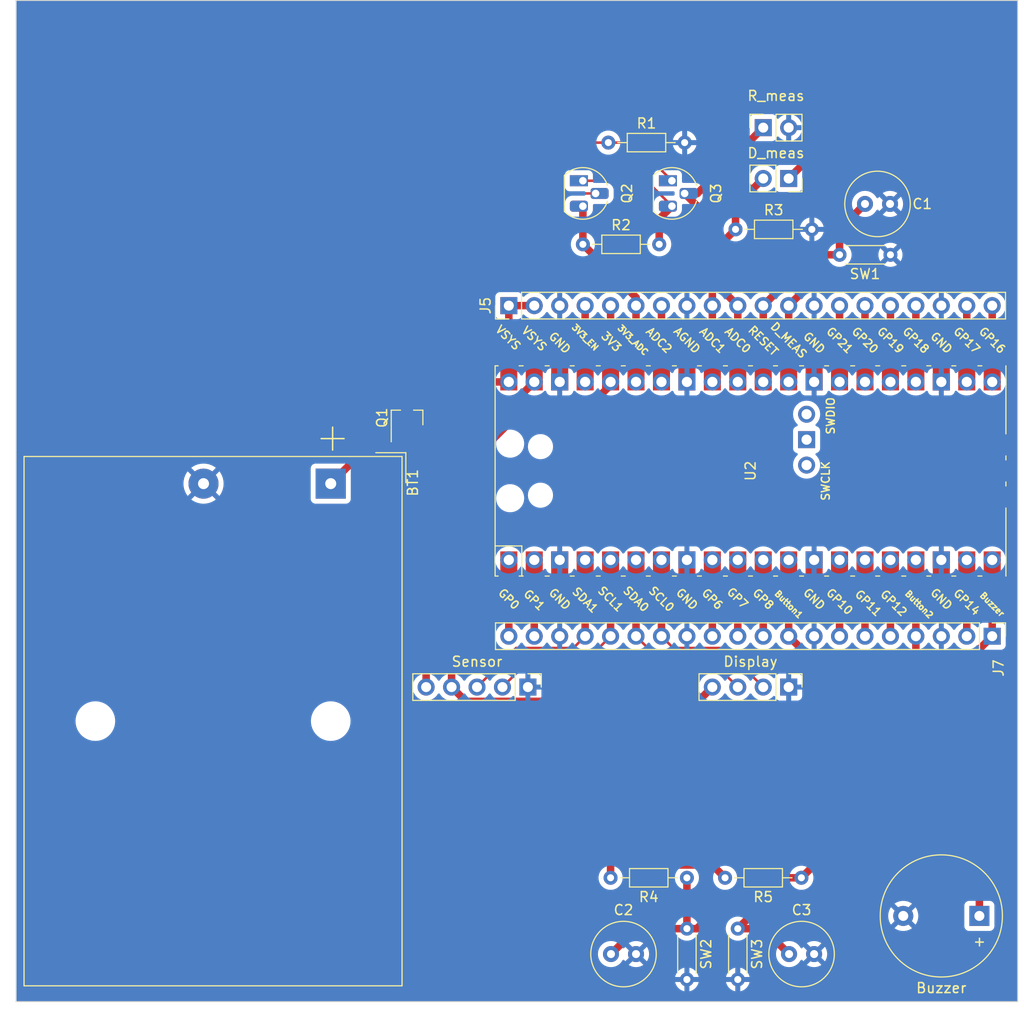
<source format=kicad_pcb>
(kicad_pcb (version 20221018) (generator pcbnew)
  (layers (0 "F.Cu" signal) (31 "B.Cu" signal) (34 "B.Paste" user) (35 "F.Paste" user) (36 "B.SilkS" user "B.Silkscreen") (37 "F.SilkS" user "F.Silkscreen") (38 "B.Mask" user) (39 "F.Mask" user) (44 "Edge.Cuts" user))
  (net 0 "")
  (net 1 "+BATT")
  (net 2 "GND")
  (net 3 "/Buzzer")
  (net 4 "/RESET")
  (net 5 "/Display_Button1")
  (net 6 "/Display_Button2")
  (net 7 "/I2C0 SCL")
  (net 8 "/I2C0 SDA")
  (net 9 "+3V3")
  (net 10 "/VSYS")
  (net 11 "/I2C1 SCL")
  (net 12 "/I2C1 SDA")
  (net 13 "/ADC0")
  (net 14 "/Diode_Meas")
  (net 15 "/ADC1")
  (net 16 "/3V3_EN")
  (net 17 "/GP0")
  (net 18 "/GP1")
  (net 19 "/GP6")
  (net 20 "/GP7")
  (net 21 "/GP8")
  (net 22 "/GP10")
  (net 23 "/GP11")
  (net 24 "/GP12")
  (net 25 "/GP28")
  (net 26 "/GP19")
  (net 27 "/GP18")
  (net 28 "/GP17")
  (net 29 "/3V3_ADC")
  (net 30 "VBUS")
  (net 31 "Net-(Q2-B)")
  (net 32 "Net-(Q2-C)")
  (net 36 "/GP21")
  (net 37 "/GP20")
  (net 38 "/GP16")
  (net 39 "/GP14")
  (footprint "Connector_PinHeader_2.54mm:PinHeader_1x05_P2.54mm_Vertical" (layer "F.Cu") (at 93.345 119.38 -90)
    (fp_text reference "Sensor" (at -2.54 5.08 -180) (layer "F.SilkS"))
    (fp_text value "MAX30102")
    (pad "1" thru_hole rect (at 0 0 270) (size 1.7 1.7) (drill 1) (layers "*.Cu" "*.Mask") (net 2 "GND"))
    (pad "2" thru_hole oval (at 0 2.54 270) (size 1.7 1.7) (drill 1) (layers "*.Cu" "*.Mask") (net 11 "/I2C1 SCL"))
    (pad "3" thru_hole oval (at 0 5.08 270) (size 1.7 1.7) (drill 1) (layers "*.Cu" "*.Mask") (net 12 "/I2C1 SDA"))
    (pad "4" thru_hole oval (at 0 7.62 270) (size 1.7 1.7) (drill 1) (layers "*.Cu" "*.Mask") (net 9 "+3V3"))
    (pad "5" thru_hole oval (at 0 10.16 270) (size 1.7 1.7) (drill 1) (layers "*.Cu" "*.Mask") (net 10 "/VSYS"))
  )
  (footprint "Connector_PinHeader_2.54mm:PinHeader_1x20_P2.54mm_Vertical" (layer "F.Cu") (at 139.7 114.3 -90)
    (fp_text reference "J7" (at 3.175 -0.635 90) (layer "F.SilkS"))
    (fp_text value "Digital")
    (pad "1" thru_hole rect (at 0 0 270) (size 1.7 1.7) (drill 1) (layers "*.Cu" "*.Mask") (net 3 "/Buzzer"))
    (pad "2" thru_hole oval (at 0 2.54 270) (size 1.7 1.7) (drill 1) (layers "*.Cu" "*.Mask") (net 39 "/GP14"))
    (pad "3" thru_hole oval (at 0 5.08 270) (size 1.7 1.7) (drill 1) (layers "*.Cu" "*.Mask") (net 2 "GND"))
    (pad "4" thru_hole oval (at 0 7.62 270) (size 1.7 1.7) (drill 1) (layers "*.Cu" "*.Mask") (net 6 "/Display_Button2"))
    (pad "5" thru_hole oval (at 0 10.16 270) (size 1.7 1.7) (drill 1) (layers "*.Cu" "*.Mask") (net 24 "/GP12"))
    (pad "6" thru_hole oval (at 0 12.7 270) (size 1.7 1.7) (drill 1) (layers "*.Cu" "*.Mask") (net 23 "/GP11"))
    (pad "7" thru_hole oval (at 0 15.24 270) (size 1.7 1.7) (drill 1) (layers "*.Cu" "*.Mask") (net 22 "/GP10"))
    (pad "8" thru_hole oval (at 0 17.78 270) (size 1.7 1.7) (drill 1) (layers "*.Cu" "*.Mask") (net 2 "GND"))
    (pad "9" thru_hole oval (at 0 20.32 270) (size 1.7 1.7) (drill 1) (layers "*.Cu" "*.Mask") (net 5 "/Display_Button1"))
    (pad "10" thru_hole oval (at 0 22.86 270) (size 1.7 1.7) (drill 1) (layers "*.Cu" "*.Mask") (net 21 "/GP8"))
    (pad "11" thru_hole oval (at 0 25.4 270) (size 1.7 1.7) (drill 1) (layers "*.Cu" "*.Mask") (net 20 "/GP7"))
    (pad "12" thru_hole oval (at 0 27.94 270) (size 1.7 1.7) (drill 1) (layers "*.Cu" "*.Mask") (net 19 "/GP6"))
    (pad "13" thru_hole oval (at 0 30.48 270) (size 1.7 1.7) (drill 1) (layers "*.Cu" "*.Mask") (net 2 "GND"))
    (pad "14" thru_hole oval (at 0 33.02 270) (size 1.7 1.7) (drill 1) (layers "*.Cu" "*.Mask") (net 7 "/I2C0 SCL"))
    (pad "15" thru_hole oval (at 0 35.56 270) (size 1.7 1.7) (drill 1) (layers "*.Cu" "*.Mask") (net 8 "/I2C0 SDA"))
    (pad "16" thru_hole oval (at 0 38.1 270) (size 1.7 1.7) (drill 1) (layers "*.Cu" "*.Mask") (net 11 "/I2C1 SCL"))
    (pad "17" thru_hole oval (at 0 40.64 270) (size 1.7 1.7) (drill 1) (layers "*.Cu" "*.Mask") (net 12 "/I2C1 SDA"))
    (pad "18" thru_hole oval (at 0 43.18 270) (size 1.7 1.7) (drill 1) (layers "*.Cu" "*.Mask") (net 2 "GND"))
    (pad "19" thru_hole oval (at 0 45.72 270) (size 1.7 1.7) (drill 1) (layers "*.Cu" "*.Mask") (net 18 "/GP1"))
    (pad "20" thru_hole oval (at 0 48.26 270) (size 1.7 1.7) (drill 1) (layers "*.Cu" "*.Mask") (net 17 "/GP0"))
  )
  (footprint "Resistor_THT:R_Axial_DIN0204_L3.6mm_D1.6mm_P7.62mm_Horizontal" (layer "F.Cu") (at 109.22 138.43 180)
    (fp_text reference "R4" (at 3.81 -1.92) (layer "F.SilkS"))
    (fp_text value "10k")
    (pad "1" thru_hole circle (at 0 0 180) (size 1.4 1.4) (drill 0.7) (layers "*.Cu" "*.Mask") (net 5 "/Display_Button1"))
    (pad "2" thru_hole oval (at 7.62 0 180) (size 1.4 1.4) (drill 0.7) (layers "*.Cu" "*.Mask") (net 9 "+3V3"))
  )
  (footprint "Resistor_THT:R_Axial_DIN0204_L3.6mm_D1.6mm_P7.62mm_Horizontal" (layer "F.Cu") (at 98.835 75.155)
    (fp_text reference "R2" (at 3.81 -1.92) (layer "F.SilkS"))
    (fp_text value "2k")
    (pad "1" thru_hole circle (at 0 0) (size 1.4 1.4) (drill 0.7) (layers "*.Cu" "*.Mask") (net 29 "/3V3_ADC"))
    (pad "2" thru_hole oval (at 7.62 0) (size 1.4 1.4) (drill 0.7) (layers "*.Cu" "*.Mask") (net 31 "Net-(Q2-B)"))
  )
  (footprint "Resistor_THT:R_Axial_DIN0204_L3.6mm_D1.6mm_P7.62mm_Horizontal" (layer "F.Cu") (at 114.075 73.66)
    (fp_text reference "R3" (at 3.81 -1.92) (layer "F.SilkS"))
    (fp_text value "1k")
    (pad "1" thru_hole circle (at 0 0) (size 1.4 1.4) (drill 0.7) (layers "*.Cu" "*.Mask") (net 13 "/ADC0"))
    (pad "2" thru_hole oval (at 7.62 0) (size 1.4 1.4) (drill 0.7) (layers "*.Cu" "*.Mask") (net 2 "GND"))
  )
  (footprint "Resistor_THT:R_Axial_DIN0204_L3.6mm_D1.6mm_P5.08mm_Horizontal" (layer "F.Cu") (at 114.3 143.51 -90)
    (fp_text reference "SW3" (at 2.54 -1.92 90) (layer "F.SilkS"))
    (fp_text value "Display_Button_2")
    (pad "1" thru_hole circle (at 0 0 270) (size 1.4 1.4) (drill 0.7) (layers "*.Cu" "*.Mask") (net 6 "/Display_Button2"))
    (pad "2" thru_hole oval (at 5.08 0 270) (size 1.4 1.4) (drill 0.7) (layers "*.Cu" "*.Mask") (net 2 "GND"))
  )
  (footprint "Battery:BatteryHolder_Keystone_2479_3xAAA" (layer "F.Cu") (at 73.66 99.06 -90)
    (fp_text reference "BT1" (at -0.09 -8.195 90) (layer "F.SilkS"))
    (fp_text value "Battery")
    (fp_text user "+" (at -4.5 0.05 90) (layer "F.SilkS") (effects (font (size 3 3))))
    (pad "" np_thru_hole circle (at 23.72 0 270) (size 3.45 3.45) (drill 3.45) (layers "*.Cu" "*.Mask"))
    (pad "" np_thru_hole circle (at 23.72 23.5 270) (size 3.45 3.45) (drill 3.45) (layers "*.Cu" "*.Mask"))
    (pad "1" thru_hole rect (at 0 0 270) (size 3 3) (drill 1.1) (layers "*.Cu" "*.Mask") (net 1 "+BATT"))
    (pad "2" thru_hole circle (at 0 12.7 270) (size 3 3) (drill 1.1) (layers "*.Cu" "*.Mask") (net 2 "GND"))
  )
  (footprint "Capacitor_THT:C_Radial_D6.3mm_H5.0mm_P2.50mm" (layer "F.Cu") (at 101.64 146.05)
    (fp_text reference "C2" (at 1.25 -4.4) (layer "F.SilkS"))
    (fp_text value "100n")
    (pad "1" thru_hole circle (at 0 0) (size 1.6 1.6) (drill 0.8) (layers "*.Cu" "*.Mask") (net 5 "/Display_Button1"))
    (pad "2" thru_hole circle (at 2.5 0) (size 1.6 1.6) (drill 0.8) (layers "*.Cu" "*.Mask") (net 2 "GND"))
  )
  (footprint "Package_TO_SOT_SMD:SOT-23_Handsoldering" (layer "F.Cu") (at 81.28 92.48 90)
    (fp_text reference "Q1" (at 0 -2.5 90) (layer "F.SilkS"))
    (fp_text value "DMG2305UX-13")
    (pad "1" smd rect (at -1.5 -0.95 90) (size 1.9 0.8) (layers "F.Cu" "F.Paste" "F.Mask") (net 1 "+BATT"))
    (pad "2" smd rect (at -1.5 0.95 90) (size 1.9 0.8) (layers "F.Cu" "F.Paste" "F.Mask") (net 30 "VBUS"))
    (pad "3" smd rect (at 1.5 0 90) (size 1.9 0.8) (layers "F.Cu" "F.Paste" "F.Mask") (net 10 "/VSYS"))
  )
  (footprint "Resistor_THT:R_Axial_DIN0204_L3.6mm_D1.6mm_P5.08mm_Horizontal" (layer "F.Cu") (at 109.22 143.51 -90)
    (fp_text reference "SW2" (at 2.54 -1.92 90) (layer "F.SilkS"))
    (fp_text value "Display_Button")
    (pad "1" thru_hole circle (at 0 0 270) (size 1.4 1.4) (drill 0.7) (layers "*.Cu" "*.Mask") (net 5 "/Display_Button1"))
    (pad "2" thru_hole oval (at 5.08 0 270) (size 1.4 1.4) (drill 0.7) (layers "*.Cu" "*.Mask") (net 2 "GND"))
  )
  (footprint "RPi_Pico:RPi_PicoW_SMD_TH" (layer "F.Cu") (at 115.57 97.79 90)
    (fp_text reference "U2" (at 0 0 90) (layer "F.SilkS"))
    (fp_text value "PicoW")
    (fp_text user "3V3_ADC" (at 13.0675 -11.7425 135) (layer "F.SilkS") (effects (font (size 0.6 0.6))))
    (fp_text user "GND" (at 12.8 6.35 135) (layer "F.SilkS") (effects (font (size 0.8 0.8))))
    (fp_text user "SDA1" (at -12.9 -16.51 135) (layer "F.SilkS") (effects (font (size 0.8 0.8))))
    (fp_text user "GND" (at 12.8 19.05 135) (layer "F.SilkS") (effects (font (size 0.8 0.8))))
    (fp_text user "GP14" (at -13.1 21.59 135) (layer "F.SilkS") (effects (font (size 0.8 0.8))))
    (fp_text user "ADC0" (at 13.054 -1.27 135) (layer "F.SilkS") (effects (font (size 0.8 0.8))))
    (fp_text user "GND" (at -12.8 -19.05 135) (layer "F.SilkS") (effects (font (size 0.8 0.8))))
    (fp_text user "GP0" (at -12.8 -24.13 135) (layer "F.SilkS") (effects (font (size 0.8 0.8))))
    (fp_text user "SCL1" (at -12.8 -13.97 135) (layer "F.SilkS") (effects (font (size 0.8 0.8))))
    (fp_text user "GP20" (at 13.054 11.43 135) (layer "F.SilkS") (effects (font (size 0.8 0.8))))
    (fp_text user "Buzzer" (at -13.335 24.13 135) (layer "F.SilkS") (effects (font (size 0.6 0.6))))
    (fp_text user "GP10" (at -13.054 8.89 135) (layer "F.SilkS") (effects (font (size 0.8 0.8))))
    (fp_text user "SWDIO" (at 5.5 8 90) (layer "F.SilkS") (effects (font (size 0.8 0.8))))
    (fp_text user "SDA0" (at -12.8 -11.43 135) (layer "F.SilkS") (effects (font (size 0.8 0.8))))
    (fp_text user "Button1" (at -13.335 3.81 135) (layer "F.SilkS") (effects (font (size 0.6 0.6))))
    (fp_text user "ADC2" (at 13.054 -9.144 135) (layer "F.SilkS") (effects (font (size 0.8 0.8))))
    (fp_text user "D_MEAS" (at 13.054 3.81 135) (layer "F.SilkS") (effects (font (size 0.8 0.8))))
    (fp_text user "RESET" (at 13 1.27 135) (layer "F.SilkS") (effects (font (size 0.8 0.8))))
    (fp_text user "GP1" (at -12.9 -21.6 135) (layer "F.SilkS") (effects (font (size 0.8 0.8))))
    (fp_text user "3V3_EN" (at 13.335 -16.51 135) (layer "F.SilkS") (effects (font (size 0.6 0.6))))
    (fp_text user "GP19" (at 13.054 13.97 135) (layer "F.SilkS") (effects (font (size 0.8 0.8))))
    (fp_text user "GP11" (at -13.2 11.7525 135) (layer "F.SilkS") (effects (font (size 0.8 0.8))))
    (fp_text user "GND" (at -12.8 6.35 135) (layer "F.SilkS") (effects (font (size 0.8 0.8))))
    (fp_text user "GND" (at -12.8 -6.35 135) (layer "F.SilkS") (effects (font (size 0.8 0.8))))
    (fp_text user "AGND" (at 13.054 -6.35 135) (layer "F.SilkS") (effects (font (size 0.8 0.8))))
    (fp_text user "GP7" (at -12.7 -1.3 135) (layer "F.SilkS") (effects (font (size 0.8 0.8))))
    (fp_text user "GND" (at -12.8 19.05 135) (layer "F.SilkS") (effects (font (size 0.8 0.8))))
    (fp_text user "3V3" (at 12.9 -13.9 135) (layer "F.SilkS") (effects (font (size 0.8 0.8))))
    (fp_text user "GND" (at 12.8 -19.05 135) (layer "F.SilkS") (effects (font (size 0.8 0.8))))
    (fp_text user "GP16" (at 13.054 24.13 135) (layer "F.SilkS") (effects (font (size 0.8 0.8))))
    (fp_text user "GP21" (at 13.054 8.9 135) (layer "F.SilkS") (effects (font (size 0.8 0.8))))
    (fp_text user "GP18" (at 13.054 16.51 135) (layer "F.SilkS") (effects (font (size 0.8 0.8))))
    (fp_text user "Button2" (at -13.335 16.8325 135) (layer "F.SilkS") (effects (font (size 0.6 0.6))))
    (fp_text user "SCL0" (at -12.8 -8.89 135) (layer "F.SilkS") (effects (font (size 0.8 0.8))))
    (fp_text user "GP12" (at -13.2 14.2925 135) (layer "F.SilkS") (effects (font (size 0.8 0.8))))
    (fp_text user "GP17" (at 13.054 21.59 135) (layer "F.SilkS") (effects (font (size 0.8 0.8))))
    (fp_text user "GP6" (at -12.8 -3.81 135) (layer "F.SilkS") (effects (font (size 0.8 0.8))))
    (fp_text user "ADC1" (at 13.054 -3.8 135) (layer "F.SilkS") (effects (font (size 0.8 0.8))))
    (fp_text user "VSYS" (at 13.3 -24.2 135) (layer "F.SilkS") (effects (font (size 0.8 0.8))))
    (fp_text user "SWCLK" (at -1 7.5 90) (layer "F.SilkS") (effects (font (size 0.8 0.8))))
    (fp_text user "GP8" (at -12.8 1.27 135) (layer "F.SilkS") (effects (font (size 0.8 0.8))))
    (fp_text user "VSYS" (at 13.2 -21.59 135) (layer "F.SilkS") (effects (font (size 0.8 0.8))))
    (pad "" np_thru_hole oval (at -2.725 -24 90) (size 1.8 1.8) (drill 1.8) (layers "*.Cu" "*.Mask"))
    (pad "" np_thru_hole oval (at -2.425 -20.97 90) (size 1.5 1.5) (drill 1.5) (layers "*.Cu" "*.Mask"))
    (pad "" np_thru_hole oval (at 2.425 -20.97 90) (size 1.5 1.5) (drill 1.5) (layers "*.Cu" "*.Mask"))
    (pad "" np_thru_hole oval (at 2.725 -24 90) (size 1.8 1.8) (drill 1.8) (layers "*.Cu" "*.Mask"))
    (pad "1" thru_hole oval (at -8.89 -24.13 90) (size 1.7 1.7) (drill 1.02) (layers "*.Cu" "*.Mask") (net 17 "/GP0"))
    (pad "1" smd rect (at -8.89 -24.13 90) (size 3.5 1.7) (drill (offset -0.9 0)) (layers "F.Cu" "F.Mask") (net 17 "/GP0"))
    (pad "2" thru_hole oval (at -8.89 -21.59 90) (size 1.7 1.7) (drill 1.02) (layers "*.Cu" "*.Mask") (net 18 "/GP1"))
    (pad "2" smd rect (at -8.89 -21.59 90) (size 3.5 1.7) (drill (offset -0.9 0)) (layers "F.Cu" "F.Mask") (net 18 "/GP1"))
    (pad "3" thru_hole rect (at -8.89 -19.05 90) (size 1.7 1.7) (drill 1.02) (layers "*.Cu" "*.Mask") (net 2 "GND"))
    (pad "3" smd rect (at -8.89 -19.05 90) (size 3.5 1.7) (drill (offset -0.9 0)) (layers "F.Cu" "F.Mask") (net 2 "GND"))
    (pad "4" thru_hole oval (at -8.89 -16.51 90) (size 1.7 1.7) (drill 1.02) (layers "*.Cu" "*.Mask") (net 12 "/I2C1 SDA"))
    (pad "4" smd rect (at -8.89 -16.51 90) (size 3.5 1.7) (drill (offset -0.9 0)) (layers "F.Cu" "F.Mask") (net 12 "/I2C1 SDA"))
    (pad "5" thru_hole oval (at -8.89 -13.97 90) (size 1.7 1.7) (drill 1.02) (layers "*.Cu" "*.Mask") (net 11 "/I2C1 SCL"))
    (pad "5" smd rect (at -8.89 -13.97 90) (size 3.5 1.7) (drill (offset -0.9 0)) (layers "F.Cu" "F.Mask") (net 11 "/I2C1 SCL"))
    (pad "6" thru_hole oval (at -8.89 -11.43 90) (size 1.7 1.7) (drill 1.02) (layers "*.Cu" "*.Mask") (net 8 "/I2C0 SDA"))
    (pad "6" smd rect (at -8.89 -11.43 90) (size 3.5 1.7) (drill (offset -0.9 0)) (layers "F.Cu" "F.Mask") (net 8 "/I2C0 SDA"))
    (pad "7" thru_hole oval (at -8.89 -8.89 90) (size 1.7 1.7) (drill 1.02) (layers "*.Cu" "*.Mask") (net 7 "/I2C0 SCL"))
    (pad "7" smd rect (at -8.89 -8.89 90) (size 3.5 1.7) (drill (offset -0.9 0)) (layers "F.Cu" "F.Mask") (net 7 "/I2C0 SCL"))
    (pad "8" thru_hole rect (at -8.89 -6.35 90) (size 1.7 1.7) (drill 1.02) (layers "*.Cu" "*.Mask") (net 2 "GND"))
    (pad "8" smd rect (at -8.89 -6.35 90) (size 3.5 1.7) (drill (offset -0.9 0)) (layers "F.Cu" "F.Mask") (net 2 "GND"))
    (pad "9" thru_hole oval (at -8.89 -3.81 90) (size 1.7 1.7) (drill 1.02) (layers "*.Cu" "*.Mask") (net 19 "/GP6"))
    (pad "9" smd rect (at -8.89 -3.81 90) (size 3.5 1.7) (drill (offset -0.9 0)) (layers "F.Cu" "F.Mask") (net 19 "/GP6"))
    (pad "10" thru_hole oval (at -8.89 -1.27 90) (size 1.7 1.7) (drill 1.02) (layers "*.Cu" "*.Mask") (net 20 "/GP7"))
    (pad "10" smd rect (at -8.89 -1.27 90) (size 3.5 1.7) (drill (offset -0.9 0)) (layers "F.Cu" "F.Mask") (net 20 "/GP7"))
    (pad "11" thru_hole oval (at -8.89 1.27 90) (size 1.7 1.7) (drill 1.02) (layers "*.Cu" "*.Mask") (net 21 "/GP8"))
    (pad "11" smd rect (at -8.89 1.27 90) (size 3.5 1.7) (drill (offset -0.9 0)) (layers "F.Cu" "F.Mask") (net 21 "/GP8"))
    (pad "12" thru_hole oval (at -8.89 3.81 90) (size 1.7 1.7) (drill 1.02) (layers "*.Cu" "*.Mask") (net 5 "/Display_Button1"))
    (pad "12" smd rect (at -8.89 3.81 90) (size 3.5 1.7) (drill (offset -0.9 0)) (layers "F.Cu" "F.Mask") (net 5 "/Display_Button1"))
    (pad "13" thru_hole rect (at -8.89 6.35 90) (size 1.7 1.7) (drill 1.02) (layers "*.Cu" "*.Mask") (net 2 "GND"))
    (pad "13" smd rect (at -8.89 6.35 90) (size 3.5 1.7) (drill (offset -0.9 0)) (layers "F.Cu" "F.Mask") (net 2 "GND"))
    (pad "14" thru_hole oval (at -8.89 8.89 90) (size 1.7 1.7) (drill 1.02) (layers "*.Cu" "*.Mask") (net 22 "/GP10"))
    (pad "14" smd rect (at -8.89 8.89 90) (size 3.5 1.7) (drill (offset -0.9 0)) (layers "F.Cu" "F.Mask") (net 22 "/GP10"))
    (pad "15" thru_hole oval (at -8.89 11.43 90) (size 1.7 1.7) (drill 1.02) (layers "*.Cu" "*.Mask") (net 23 "/GP11"))
    (pad "15" smd rect (at -8.89 11.43 90) (size 3.5 1.7) (drill (offset -0.9 0)) (layers "F.Cu" "F.Mask") (net 23 "/GP11"))
    (pad "16" thru_hole oval (at -8.89 13.97 90) (size 1.7 1.7) (drill 1.02) (layers "*.Cu" "*.Mask") (net 24 "/GP12"))
    (pad "16" smd rect (at -8.89 13.97 90) (size 3.5 1.7) (drill (offset -0.9 0)) (layers "F.Cu" "F.Mask") (net 24 "/GP12"))
    (pad "17" thru_hole oval (at -8.89 16.51 90) (size 1.7 1.7) (drill 1.02) (layers "*.Cu" "*.Mask") (net 6 "/Display_Button2"))
    (pad "17" smd rect (at -8.89 16.51 90) (size 3.5 1.7) (drill (offset -0.9 0)) (layers "F.Cu" "F.Mask") (net 6 "/Display_Button2"))
    (pad "18" thru_hole rect (at -8.89 19.05 90) (size 1.7 1.7) (drill 1.02) (layers "*.Cu" "*.Mask") (net 2 "GND"))
    (pad "18" smd rect (at -8.89 19.05 90) (size 3.5 1.7) (drill (offset -0.9 0)) (layers "F.Cu" "F.Mask") (net 2 "GND"))
    (pad "19" thru_hole oval (at -8.89 21.59 90) (size 1.7 1.7) (drill 1.02) (layers "*.Cu" "*.Mask") (net 39 "/GP14"))
    (pad "19" smd rect (at -8.89 21.59 90) (size 3.5 1.7) (drill (offset -0.9 0)) (layers "F.Cu" "F.Mask") (net 39 "/GP14"))
    (pad "20" thru_hole oval (at -8.89 24.13 90) (size 1.7 1.7) (drill 1.02) (layers "*.Cu" "*.Mask") (net 3 "/Buzzer"))
    (pad "20" smd rect (at -8.89 24.13 90) (size 3.5 1.7) (drill (offset -0.9 0)) (layers "F.Cu" "F.Mask") (net 3 "/Buzzer"))
    (pad "21" thru_hole oval (at 8.89 24.13 90) (size 1.7 1.7) (drill 1.02) (layers "*.Cu" "*.Mask") (net 38 "/GP16"))
    (pad "21" smd rect (at 8.89 24.13 90) (size 3.5 1.7) (drill (offset 0.9 0)) (layers "F.Cu" "F.Mask") (net 38 "/GP16"))
    (pad "22" thru_hole oval (at 8.89 21.59 90) (size 1.7 1.7) (drill 1.02) (layers "*.Cu" "*.Mask") (net 28 "/GP17"))
    (pad "22" smd rect (at 8.89 21.59 90) (size 3.5 1.7) (drill (offset 0.9 0)) (layers "F.Cu" "F.Mask") (net 28 "/GP17"))
    (pad "23" thru_hole rect (at 8.89 19.05 90) (size 1.7 1.7) (drill 1.02) (layers "*.Cu" "*.Mask") (net 2 "GND"))
    (pad "23" smd rect (at 8.89 19.05 90) (size 3.5 1.7) (drill (offset 0.9 0)) (layers "F.Cu" "F.Mask") (net 2 "GND"))
    (pad "24" thru_hole oval (at 8.89 16.51 90) (size 1.7 1.7) (drill 1.02) (layers "*.Cu" "*.Mask") (net 27 "/GP18"))
    (pad "24" smd rect (at 8.89 16.51 90) (size 3.5 1.7) (drill (offset 0.9 0)) (layers "F.Cu" "F.Mask") (net 27 "/GP18"))
    (pad "25" thru_hole oval (at 8.89 13.97 90) (size 1.7 1.7) (drill 1.02) (layers "*.Cu" "*.Mask") (net 26 "/GP19"))
    (pad "25" smd rect (at 8.89 13.97 90) (size 3.5 1.7) (drill (offset 0.9 0)) (layers "F.Cu" "F.Mask") (net 26 "/GP19"))
    (pad "26" thru_hole oval (at 8.89 11.43 90) (size 1.7 1.7) (drill 1.02) (layers "*.Cu" "*.Mask") (net 37 "/GP20"))
    (pad "26" smd rect (at 8.89 11.43 90) (size 3.5 1.7) (drill (offset 0.9 0)) (layers "F.Cu" "F.Mask") (net 37 "/GP20"))
    (pad "27" thru_hole oval (at 8.89 8.89 90) (size 1.7 1.7) (drill 1.02) (layers "*.Cu" "*.Mask") (net 36 "/GP21"))
    (pad "27" smd rect (at 8.89 8.89 90) (size 3.5 1.7) (drill (offset 0.9 0)) (layers "F.Cu" "F.Mask") (net 36 "/GP21"))
    (pad "28" thru_hole rect (at 8.89 6.35 90) (size 1.7 1.7) (drill 1.02) (layers "*.Cu" "*.Mask") (net 2 "GND"))
    (pad "28" smd rect (at 8.89 6.35 90) (size 3.5 1.7) (drill (offset 0.9 0)) (layers "F.Cu" "F.Mask") (net 2 "GND"))
    (pad "29" thru_hole oval (at 8.89 3.81 90) (size 1.7 1.7) (drill 1.02) (layers "*.Cu" "*.Mask") (net 14 "/Diode_Meas"))
    (pad "29" smd rect (at 8.89 3.81 90) (size 3.5 1.7) (drill (offset 0.9 0)) (layers "F.Cu" "F.Mask") (net 14 "/Diode_Meas"))
    (pad "30" thru_hole oval (at 8.89 1.27 90) (size 1.7 1.7) (drill 1.02) (layers "*.Cu" "*.Mask") (net 4 "/RESET"))
    (pad "30" smd rect (at 8.89 1.27 90) (size 3.5 1.7) (drill (offset 0.9 0)) (layers "F.Cu" "F.Mask") (net 4 "/RESET"))
    (pad "31" thru_hole oval (at 8.89 -1.27 90) (size 1.7 1.7) (drill 1.02) (layers "*.Cu" "*.Mask") (net 13 "/ADC0"))
    (pad "31" smd rect (at 8.89 -1.27 90) (size 3.5 1.7) (drill (offset 0.9 0)) (layers "F.Cu" "F.Mask") (net 13 "/ADC0"))
    (pad "32" thru_hole oval (at 8.89 -3.81 90) (size 1.7 1.7) (drill 1.02) (layers "*.Cu" "*.Mask") (net 15 "/ADC1"))
    (pad "32" smd rect (at 8.89 -3.81 90) (size 3.5 1.7) (drill (offset 0.9 0)) (layers "F.Cu" "F.Mask") (net 15 "/ADC1"))
    (pad "33" thru_hole rect (at 8.89 -6.35 90) (size 1.7 1.7) (drill 1.02) (layers "*.Cu" "*.Mask") (net 2 "GND"))
    (pad "33" smd rect (at 8.89 -6.35 90) (size 3.5 1.7) (drill (offset 0.9 0)) (layers "F.Cu" "F.Mask") (net 2 "GND"))
    (pad "34" thru_hole oval (at 8.89 -8.89 90) (size 1.7 1.7) (drill 1.02) (layers "*.Cu" "*.Mask") (net 25 "/GP28"))
    (pad "34" smd rect (at 8.89 -8.89 90) (size 3.5 1.7) (drill (offset 0.9 0)) (layers "F.Cu" "F.Mask") (net 25 "/GP28"))
    (pad "35" thru_hole oval (at 8.89 -11.43 90) (size 1.7 1.7) (drill 1.02) (layers "*.Cu" "*.Mask") (net 29 "/3V3_ADC"))
    (pad "35" smd rect (at 8.89 -11.43 90) (size 3.5 1.7) (drill (offset 0.9 0)) (layers "F.Cu" "F.Mask") (net 29 "/3V3_ADC"))
    (pad "36" thru_hole oval (at 8.89 -13.97 90) (size 1.7 1.7) (drill 1.02) (layers "*.Cu" "*.Mask") (net 9 "+3V3"))
    (pad "36" smd rect (at 8.89 -13.97 90) (size 3.5 1.7) (drill (offset 0.9 0)) (layers "F.Cu" "F.Mask") (net 9 "+3V3"))
    (pad "37" thru_hole oval (at 8.89 -16.51 90) (size 1.7 1.7) (drill 1.02) (layers "*.Cu" "*.Mask") (net 16 "/3V3_EN"))
    (pad "37" smd rect (at 8.89 -16.51 90) (size 3.5 1.7) (drill (offset 0.9 0)) (layers "F.Cu" "F.Mask") (net 16 "/3V3_EN"))
    (pad "38" thru_hole rect (at 8.89 -19.05 90) (size 1.7 1.7) (drill 1.02) (layers "*.Cu" "*.Mask") (net 2 "GND"))
    (pad "38" smd rect (at 8.89 -19.05 90) (size 3.5 1.7) (drill (offset 0.9 0)) (layers "F.Cu" "F.Mask") (net 2 "GND"))
    (pad "39" thru_hole oval (at 8.89 -21.59 90) (size 1.7 1.7) (drill 1.02) (layers "*.Cu" "*.Mask") (net 10 "/VSYS"))
    (pad "39" smd rect (at 8.89 -21.59 90) (size 3.5 1.7) (drill (offset 0.9 0)) (layers "F.Cu" "F.Mask") (net 10 "/VSYS"))
    (pad "40" thru_hole oval (at 8.89 -24.13 90) (size 1.7 1.7) (drill 1.02) (layers "*.Cu" "*.Mask") (net 30 "VBUS"))
    (pad "40" smd rect (at 8.89 -24.13 90) (size 3.5 1.7) (drill (offset 0.9 0)) (layers "F.Cu" "F.Mask") (net 30 "VBUS"))
    (pad "41" thru_hole oval (at 0.5841 5.6 90) (size 1.7 1.7) (drill 1.02) (layers "*.Cu" "*.Mask"))
    (pad "42" thru_hole rect (at 3.1241 5.6 90) (size 1.7 1.7) (drill 1.02) (layers "*.Cu" "*.Mask"))
    (pad "43" thru_hole oval (at 5.6641 5.6 90) (size 1.7 1.7) (drill 1.02) (layers "*.Cu" "*.Mask"))
  )
  (footprint "Connector_PinHeader_2.54mm:PinHeader_1x20_P2.54mm_Vertical" (layer "F.Cu") (at 91.44 81.28 90)
    (fp_text reference "J5" (at 0 -2.33 90) (layer "F.SilkS"))
    (fp_text value "Analog")
    (pad "1" thru_hole rect (at 0 0 90) (size 1.7 1.7) (drill 1) (layers "*.Cu" "*.Mask") (net 10 "/VSYS"))
    (pad "2" thru_hole oval (at 0 2.54 90) (size 1.7 1.7) (drill 1) (layers "*.Cu" "*.Mask") (net 10 "/VSYS"))
    (pad "3" thru_hole oval (at 0 5.08 90) (size 1.7 1.7) (drill 1) (layers "*.Cu" "*.Mask") (net 2 "GND"))
    (pad "4" thru_hole oval (at 0 7.62 90) (size 1.7 1.7) (drill 1) (layers "*.Cu" "*.Mask") (net 16 "/3V3_EN"))
    (pad "5" thru_hole oval (at 0 10.16 90) (size 1.7 1.7) (drill 1) (layers "*.Cu" "*.Mask") (net 9 "+3V3"))
    (pad "6" thru_hole oval (at 0 12.7 90) (size 1.7 1.7) (drill 1) (layers "*.Cu" "*.Mask") (net 29 "/3V3_ADC"))
    (pad "7" thru_hole oval (at 0 15.24 90) (size 1.7 1.7) (drill 1) (layers "*.Cu" "*.Mask") (net 25 "/GP28"))
    (pad "8" thru_hole oval (at 0 17.78 90) (size 1.7 1.7) (drill 1) (layers "*.Cu" "*.Mask") (net 2 "GND"))
    (pad "9" thru_hole oval (at 0 20.32 90) (size 1.7 1.7) (drill 1) (layers "*.Cu" "*.Mask") (net 15 "/ADC1"))
    (pad "10" thru_hole oval (at 0 22.86 90) (size 1.7 1.7) (drill 1) (layers "*.Cu" "*.Mask") (net 13 "/ADC0"))
    (pad "11" thru_hole oval (at 0 25.4 90) (size 1.7 1.7) (drill 1) (layers "*.Cu" "*.Mask") (net 4 "/RESET"))
    (pad "12" thru_hole oval (at 0 27.94 90) (size 1.7 1.7) (drill 1) (layers "*.Cu" "*.Mask") (net 14 "/Diode_Meas"))
    (pad "13" thru_hole oval (at 0 30.48 90) (size 1.7 1.7) (drill 1) (layers "*.Cu" "*.Mask") (net 2 "GND"))
    (pad "14" thru_hole oval (at 0 33.02 90) (size 1.7 1.7) (drill 1) (layers "*.Cu" "*.Mask") (net 36 "/GP21"))
    (pad "15" thru_hole oval (at 0 35.56 90) (size 1.7 1.7) (drill 1) (layers "*.Cu" "*.Mask") (net 37 "/GP20"))
    (pad "16" thru_hole oval (at 0 38.1 90) (size 1.7 1.7) (drill 1) (layers "*.Cu" "*.Mask") (net 26 "/GP19"))
    (pad "17" thru_hole oval (at 0 40.64 90) (size 1.7 1.7) (drill 1) (layers "*.Cu" "*.Mask") (net 27 "/GP18"))
    (pad "18" thru_hole oval (at 0 43.18 90) (size 1.7 1.7) (drill 1) (layers "*.Cu" "*.Mask") (net 2 "GND"))
    (pad "19" thru_hole oval (at 0 45.72 90) (size 1.7 1.7) (drill 1) (layers "*.Cu" "*.Mask") (net 28 "/GP17"))
    (pad "20" thru_hole oval (at 0 48.26 90) (size 1.7 1.7) (drill 1) (layers "*.Cu" "*.Mask") (net 38 "/GP16"))
  )
  (footprint "Connector_PinSocket_2.54mm:PinSocket_1x02_P2.54mm_Vertical" (layer "F.Cu") (at 119.38 68.58 -90)
    (fp_text reference "D_meas" (at -2.54 1.27 -180) (layer "F.SilkS"))
    (fp_text value "D_meas")
    (pad "1" thru_hole rect (at 0 0 270) (size 1.7 1.7) (drill 1) (layers "*.Cu" "*.Mask") (net 14 "/Diode_Meas"))
    (pad "2" thru_hole oval (at 0 2.54 270) (size 1.7 1.7) (drill 1) (layers "*.Cu" "*.Mask") (net 13 "/ADC0"))
  )
  (footprint "Capacitor_THT:C_Radial_D6.3mm_H5.0mm_P2.50mm" (layer "F.Cu") (at 129.5 71.12 180)
    (fp_text reference "C1" (at -3.215 0) (layer "F.SilkS"))
    (fp_text value "100n")
    (pad "1" thru_hole circle (at 0 0 180) (size 1.6 1.6) (drill 0.8) (layers "*.Cu" "*.Mask") (net 2 "GND"))
    (pad "2" thru_hole circle (at 2.5 0 180) (size 1.6 1.6) (drill 0.8) (layers "*.Cu" "*.Mask") (net 4 "/RESET"))
  )
  (footprint "Capacitor_THT:C_Radial_D6.3mm_H5.0mm_P2.50mm" (layer "F.Cu") (at 119.42 146.05)
    (fp_text reference "C3" (at 1.25 -4.4) (layer "F.SilkS"))
    (fp_text value "100n")
    (pad "1" thru_hole circle (at 0 0) (size 1.6 1.6) (drill 0.8) (layers "*.Cu" "*.Mask") (net 6 "/Display_Button2"))
    (pad "2" thru_hole circle (at 2.5 0) (size 1.6 1.6) (drill 0.8) (layers "*.Cu" "*.Mask") (net 2 "GND"))
  )
  (footprint "Package_TO_SOT_THT:TO-92_HandSolder" (layer "F.Cu") (at 98.835 68.805 -90)
    (fp_text reference "Q2" (at 1.27 -4.4 90) (layer "F.SilkS"))
    (fp_text value "2N3906C")
    (pad "1" thru_hole rect (at 0 0 270) (size 1.1 1.8) (drill 0.75 (offset 0 0.4)) (layers "*.Cu" "*.Mask") (net 31 "Net-(Q2-B)"))
    (pad "2" thru_hole roundrect (at 1.27 -1.27 270) (size 1.1 1.8) (drill 0.75 (offset 0 -0.4)) (layers "*.Cu" "*.Mask") (net 32 "Net-(Q2-C)"))
    (pad "3" thru_hole roundrect (at 2.54 0 270) (size 1.1 1.8) (drill 0.75 (offset 0 0.4)) (layers "*.Cu" "*.Mask") (net 29 "/3V3_ADC"))
  )
  (footprint "Buzzer_Beeper:Buzzer_12x9.5RM7.6" (layer "F.Cu") (at 138.42 142.24 180)
    (fp_text reference "Buzzer" (at 3.8 -7.2) (layer "F.SilkS"))
    (fp_text value "Buzzer")
    (fp_text user "+" (at -0.01 -2.54) (layer "F.SilkS"))
    (pad "1" thru_hole rect (at 0 0 180) (size 2 2) (drill 1) (layers "*.Cu" "*.Mask") (net 3 "/Buzzer"))
    (pad "2" thru_hole circle (at 7.6 0 180) (size 2 2) (drill 1) (layers "*.Cu" "*.Mask") (net 2 "GND"))
  )
  (footprint "Resistor_THT:R_Axial_DIN0204_L3.6mm_D1.6mm_P7.62mm_Horizontal" (layer "F.Cu") (at 120.65 138.43 180)
    (fp_text reference "R5" (at 3.81 -1.92) (layer "F.SilkS"))
    (fp_text value "10k")
    (pad "1" thru_hole circle (at 0 0 180) (size 1.4 1.4) (drill 0.7) (layers "*.Cu" "*.Mask") (net 6 "/Display_Button2"))
    (pad "2" thru_hole oval (at 7.62 0 180) (size 1.4 1.4) (drill 0.7) (layers "*.Cu" "*.Mask") (net 9 "+3V3"))
  )
  (footprint "Connector_PinSocket_2.54mm:PinSocket_1x02_P2.54mm_Vertical" (layer "F.Cu") (at 116.84 63.5 90)
    (fp_text reference "R_meas" (at 3.175 1.27 180) (layer "F.SilkS"))
    (fp_text value "R_meas")
    (pad "1" thru_hole rect (at 0 0 90) (size 1.7 1.7) (drill 1) (layers "*.Cu" "*.Mask") (net 15 "/ADC1"))
    (pad "2" thru_hole oval (at 0 2.54 90) (size 1.7 1.7) (drill 1) (layers "*.Cu" "*.Mask") (net 2 "GND"))
  )
  (footprint "Resistor_THT:R_Axial_DIN0204_L3.6mm_D1.6mm_P7.62mm_Horizontal" (layer "F.Cu") (at 101.375 64.995)
    (fp_text reference "R1" (at 3.81 -1.92) (layer "F.SilkS"))
    (fp_text value "1Meg")
    (pad "1" thru_hole circle (at 0 0) (size 1.4 1.4) (drill 0.7) (layers "*.Cu" "*.Mask") (net 32 "Net-(Q2-C)"))
    (pad "2" thru_hole oval (at 7.62 0) (size 1.4 1.4) (drill 0.7) (layers "*.Cu" "*.Mask") (net 2 "GND"))
  )
  (footprint "Resistor_THT:R_Axial_DIN0204_L3.6mm_D1.6mm_P5.08mm_Horizontal" (layer "F.Cu") (at 129.54 76.2 180)
    (fp_text reference "SW1" (at 2.54 -1.92) (layer "F.SilkS"))
    (fp_text value "SW_Push")
    (pad "1" thru_hole circle (at 0 0 180) (size 1.4 1.4) (drill 0.7) (layers "*.Cu" "*.Mask") (net 2 "GND"))
    (pad "2" thru_hole oval (at 5.08 0 180) (size 1.4 1.4) (drill 0.7) (layers "*.Cu" "*.Mask") (net 4 "/RESET"))
  )
  (footprint "Connector_PinHeader_2.54mm:PinHeader_1x04_P2.54mm_Vertical" (layer "F.Cu") (at 119.38 119.38 -90)
    (fp_text reference "Display" (at -2.54 3.81 -180) (layer "F.SilkS"))
    (fp_text value "Display Connector")
    (pad "1" thru_hole rect (at 0 0 270) (size 1.7 1.7) (drill 1) (layers "*.Cu" "*.Mask") (net 2 "GND"))
    (pad "2" thru_hole oval (at 0 2.54 270) (size 1.7 1.7) (drill 1) (layers "*.Cu" "*.Mask") (net 7 "/I2C0 SCL"))
    (pad "3" thru_hole oval (at 0 5.08 270) (size 1.7 1.7) (drill 1) (layers "*.Cu" "*.Mask") (net 8 "/I2C0 SDA"))
    (pad "4" thru_hole oval (at 0 7.62 270) (size 1.7 1.7) (drill 1) (layers "*.Cu" "*.Mask") (net 9 "+3V3"))
  )
  (footprint "Package_TO_SOT_THT:TO-92_HandSolder" (layer "F.Cu") (at 107.725 68.805 -90)
    (fp_text reference "Q3" (at 1.27 -4.4 90) (layer "F.SilkS"))
    (fp_text value "2N3906C")
    (pad "1" thru_hole rect (at 0 0 270) (size 1.1 1.8) (drill 0.75 (offset 0 0.4)) (layers "*.Cu" "*.Mask") (net 32 "Net-(Q2-C)"))
    (pad "2" thru_hole roundrect (at 1.27 -1.27 270) (size 1.1 1.8) (drill 0.75 (offset 0 -0.4)) (layers "*.Cu" "*.Mask") (net 15 "/ADC1"))
    (pad "3" thru_hole roundrect (at 2.54 0 270) (size 1.1 1.8) (drill 0.75 (offset 0 0.4)) (layers "*.Cu" "*.Mask") (net 31 "Net-(Q2-B)"))
  )
  (gr_line (start 42.24 50.8) (end 42.24 150.8) (stroke (width 0.1)) (layer "Edge.Cuts"))
  (gr_line (start 142.24 150.8) (end 142.24 50.8) (stroke (width 0.1)) (layer "Edge.Cuts"))
  (gr_line (start 142.24 150.8) (end 42.24 150.8) (stroke (width 0.1)) (layer "Edge.Cuts"))
  (gr_line (start 42.24 50.8) (end 142.24 50.8) (stroke (width 0.1)) (layer "Edge.Cuts"))
  (segment (start 73.66 99.06) (end 78.74 93.98) (width 0.75) (layer "F.Cu") (net 1))
  (segment (start 78.74 93.98) (end 80.33 93.98) (width 0.75) (layer "F.Cu") (net 1))
  (segment (start 139.7 114.3) (end 139.7 106.68) (width 0.75) (layer "F.Cu") (net 3))
  (segment (start 138.42 115.58) (end 139.7 114.3) (width 0.75) (layer "F.Cu") (net 3))
  (segment (start 138.42 142.24) (end 138.42 115.58) (width 0.75) (layer "F.Cu") (net 3))
  (segment (start 124.46 73.66) (end 127 71.12) (width 0.75) (layer "F.Cu") (net 4))
  (segment (start 124.46 76.2) (end 124.46 73.66) (width 0.75) (layer "F.Cu") (net 4))
  (segment (start 116.84 81.28) (end 121.92 76.2) (width 0.75) (layer "F.Cu") (net 4))
  (segment (start 116.84 88.9) (end 116.84 81.28) (width 0.75) (layer "F.Cu") (net 4))
  (segment (start 121.92 76.2) (end 124.46 76.2) (width 0.75) (layer "F.Cu") (net 4))
  (segment (start 109.22 143.51) (end 110.209949 143.51) (width 0.75) (layer "F.Cu") (net 5))
  (segment (start 109.22 143.51) (end 109.22 138.43) (width 0.75) (layer "F.Cu") (net 5))
  (segment (start 110.209949 143.51) (end 121.92 131.799949) (width 0.75) (layer "F.Cu") (net 5))
  (segment (start 121.92 131.799949) (end 121.92 116.84) (width 0.75) (layer "F.Cu") (net 5))
  (segment (start 101.64 146.05) (end 104.18 143.51) (width 0.75) (layer "F.Cu") (net 5))
  (segment (start 121.92 116.84) (end 119.38 114.3) (width 0.75) (layer "F.Cu") (net 5))
  (segment (start 104.18 143.51) (end 109.22 143.51) (width 0.75) (layer "F.Cu") (net 5))
  (segment (start 119.38 114.3) (end 119.38 106.68) (width 0.75) (layer "F.Cu") (net 5))
  (segment (start 114.3 143.51) (end 119.38 138.43) (width 0.75) (layer "F.Cu") (net 6))
  (segment (start 120.65 138.43) (end 132.08 127) (width 0.75) (layer "F.Cu") (net 6))
  (segment (start 116.88 143.51) (end 119.42 146.05) (width 0.75) (layer "F.Cu") (net 6))
  (segment (start 132.08 127) (end 132.08 114.3) (width 0.75) (layer "F.Cu") (net 6))
  (segment (start 114.3 143.51) (end 116.88 143.51) (width 0.75) (layer "F.Cu") (net 6))
  (segment (start 132.08 114.3) (end 132.08 106.68) (width 0.75) (layer "F.Cu") (net 6))
  (segment (start 119.38 138.43) (end 120.65 138.43) (width 0.75) (layer "F.Cu") (net 6))
  (segment (start 107.855 115.475) (end 106.68 114.3) (width 0.25) (layer "F.Cu") (net 7))
  (segment (start 116.84 119.38) (end 112.935 115.475) (width 0.25) (layer "F.Cu") (net 7))
  (segment (start 112.935 115.475) (end 107.855 115.475) (width 0.25) (layer "F.Cu") (net 7))
  (segment (start 106.68 114.3) (end 106.68 106.68) (width 0.75) (layer "F.Cu") (net 7))
  (segment (start 104.14 114.3) (end 104.14 106.68) (width 0.75) (layer "F.Cu") (net 8))
  (segment (start 110.845 115.925) (end 105.765 115.925) (width 0.25) (layer "F.Cu") (net 8))
  (segment (start 114.3 119.38) (end 110.845 115.925) (width 0.25) (layer "F.Cu") (net 8))
  (segment (start 105.765 115.925) (end 104.14 114.3) (width 0.25) (layer "F.Cu") (net 8))
  (segment (start 101.6 88.9) (end 101.6 81.28) (width 0.75) (layer "F.Cu") (net 9))
  (segment (start 101.6 89.21) (end 99.37 91.44) (width 0.75) (layer "F.Cu") (net 9))
  (segment (start 113.03 138.43) (end 111.755 137.155) (width 0.75) (layer "F.Cu") (net 9))
  (segment (start 101.6 88.9) (end 101.6 89.21) (width 0.75) (layer "F.Cu") (net 9))
  (segment (start 110.335 120.805) (end 111.76 119.38) (width 0.75) (layer "F.Cu") (net 9))
  (segment (start 111.755 137.155) (end 105.405 137.155) (width 0.75) (layer "F.Cu") (net 9))
  (segment (start 101.6 123.345) (end 104.14 120.805) (width 0.75) (layer "F.Cu") (net 9))
  (segment (start 99.37 91.44) (end 93.038324 91.44) (width 0.75) (layer "F.Cu") (net 9))
  (segment (start 101.6 133.35) (end 101.6 123.345) (width 0.75) (layer "F.Cu") (net 9))
  (segment (start 85.725 98.753324) (end 85.725 119.38) (width 0.75) (layer "F.Cu") (net 9))
  (segment (start 101.6 138.43) (end 101.6 133.35) (width 0.75) (layer "F.Cu") (net 9))
  (segment (start 87.15 120.805) (end 104.14 120.805) (width 0.75) (layer "F.Cu") (net 9))
  (segment (start 93.038324 91.44) (end 85.725 98.753324) (width 0.75) (layer "F.Cu") (net 9))
  (segment (start 85.725 119.38) (end 87.15 120.805) (width 0.75) (layer "F.Cu") (net 9))
  (segment (start 104.14 120.805) (end 110.335 120.805) (width 0.75) (layer "F.Cu") (net 9))
  (segment (start 105.405 137.155) (end 101.6 133.35) (width 0.75) (layer "F.Cu") (net 9))
  (segment (start 93.295 85.675) (end 93.98 86.36) (width 0.75) (layer "F.Cu") (net 10))
  (segment (start 88.9 91.44) (end 83.185 97.155) (width 0.75) (layer "F.Cu") (net 10))
  (segment (start 88.9 85.675) (end 93.295 85.675) (width 0.75) (layer "F.Cu") (net 10))
  (segment (start 93.98 81.28) (end 91.44 81.28) (width 0.75) (layer "F.Cu") (net 10))
  (segment (start 83.185 97.155) (end 83.185 119.38) (width 0.75) (layer "F.Cu") (net 10))
  (segment (start 86.585 85.675) (end 88.9 85.675) (width 0.75) (layer "F.Cu") (net 10))
  (segment (start 93.98 86.36) (end 93.98 88.9) (width 0.75) (layer "F.Cu") (net 10))
  (segment (start 91.44 91.44) (end 88.9 91.44) (width 0.75) (layer "F.Cu") (net 10))
  (segment (start 91.44 81.28) (end 91.44 83.135) (width 0.75) (layer "F.Cu") (net 10))
  (segment (start 91.44 83.135) (end 88.9 85.675) (width 0.75) (layer "F.Cu") (net 10))
  (segment (start 81.28 90.98) (end 86.585 85.675) (width 0.75) (layer "F.Cu") (net 10))
  (segment (start 93.98 88.9) (end 91.44 91.44) (width 0.75) (layer "F.Cu") (net 10))
  (segment (start 99.975 115.925) (end 101.6 114.3) (width 0.25) (layer "F.Cu") (net 11))
  (segment (start 101.6 114.3) (end 101.6 106.68) (width 0.75) (layer "F.Cu") (net 11))
  (segment (start 90.805 119.38) (end 94.26 115.925) (width 0.25) (layer "F.Cu") (net 11))
  (segment (start 94.26 115.925) (end 99.975 115.925) (width 0.25) (layer "F.Cu") (net 11))
  (segment (start 92.17 115.475) (end 97.885 115.475) (width 0.25) (layer "F.Cu") (net 12))
  (segment (start 88.265 119.38) (end 92.17 115.475) (width 0.25) (layer "F.Cu") (net 12))
  (segment (start 97.885 115.475) (end 99.06 114.3) (width 0.25) (layer "F.Cu") (net 12))
  (segment (start 99.06 114.3) (end 99.06 106.68) (width 0.75) (layer "F.Cu") (net 12))
  (segment (start 114.075 71.345) (end 116.84 68.58) (width 0.75) (layer "F.Cu") (net 13))
  (segment (start 114.3 88.9) (end 114.3 81.28) (width 0.75) (layer "F.Cu") (net 13))
  (segment (start 113.025 74.71) (end 114.075 73.66) (width 0.75) (layer "F.Cu") (net 13))
  (segment (start 114.075 73.66) (end 114.075 71.345) (width 0.75) (layer "F.Cu") (net 13))
  (segment (start 114.3 81.28) (end 113.025 80.005) (width 0.75) (layer "F.Cu") (net 13))
  (segment (start 113.025 80.005) (end 113.025 74.71) (width 0.75) (layer "F.Cu") (net 13))
  (segment (start 119.38 88.9) (end 119.38 81.28) (width 0.75) (layer "F.Cu") (net 14))
  (segment (start 132.08 66.04) (end 121.92 66.04) (width 0.75) (layer "F.Cu") (net 14))
  (segment (start 132.08 78.74) (end 134.62 76.2) (width 0.75) (layer "F.Cu") (net 14))
  (segment (start 121.92 78.74) (end 132.08 78.74) (width 0.75) (layer "F.Cu") (net 14))
  (segment (start 134.62 76.2) (end 134.62 68.58) (width 0.75) (layer "F.Cu") (net 14))
  (segment (start 119.38 81.28) (end 121.92 78.74) (width 0.75) (layer "F.Cu") (net 14))
  (segment (start 121.92 66.04) (end 119.38 68.58) (width 0.75) (layer "F.Cu") (net 14))
  (segment (start 134.62 68.58) (end 132.08 66.04) (width 0.75) (layer "F.Cu") (net 14))
  (segment (start 111.76 72.84) (end 108.995 70.075) (width 0.75) (layer "F.Cu") (net 15))
  (segment (start 108.995 70.075) (end 110.265 70.075) (width 0.75) (layer "F.Cu") (net 15))
  (segment (start 111.76 81.28) (end 111.76 72.84) (width 0.75) (layer "F.Cu") (net 15))
  (segment (start 111.76 88.9) (end 111.76 81.28) (width 0.75) (layer "F.Cu") (net 15))
  (segment (start 110.265 70.075) (end 116.84 63.5) (width 0.75) (layer "F.Cu") (net 15))
  (segment (start 99.06 81.28) (end 99.06 88.9) (width 0.75) (layer "F.Cu") (net 16))
  (segment (start 91.44 114.3) (end 91.44 106.68) (width 0.75) (layer "F.Cu") (net 17))
  (segment (start 93.98 114.3) (end 93.98 106.68) (width 0.75) (layer "F.Cu") (net 18))
  (segment (start 111.76 114.3) (end 111.76 106.68) (width 0.75) (layer "F.Cu") (net 19))
  (segment (start 114.3 114.3) (end 114.3 106.68) (width 0.75) (layer "F.Cu") (net 20))
  (segment (start 116.84 114.3) (end 116.84 106.68) (width 0.75) (layer "F.Cu") (net 21))
  (segment (start 124.46 114.3) (end 124.46 106.68) (width 0.75) (layer "F.Cu") (net 22))
  (segment (start 127 114.3) (end 127 106.68) (width 0.75) (layer "F.Cu") (net 23))
  (segment (start 129.54 114.3) (end 129.54 106.68) (width 0.75) (layer "F.Cu") (net 24))
  (segment (start 106.68 88.9) (end 106.68 81.28) (width 0.75) (layer "F.Cu") (net 25))
  (segment (start 129.54 88.9) (end 129.54 81.28) (width 0.75) (layer "F.Cu") (net 26))
  (segment (start 132.08 88.9) (end 132.08 81.28) (width 0.75) (layer "F.Cu") (net 27))
  (segment (start 137.16 88.9) (end 137.16 81.28) (width 0.75) (layer "F.Cu") (net 28))
  (segment (start 98.835 75.155) (end 104.14 80.46) (width 0.75) (layer "F.Cu") (net 29))
  (segment (start 104.14 88.9) (end 104.14 81.28) (width 0.75) (layer "F.Cu") (net 29))
  (segment (start 104.14 80.46) (end 104.14 81.28) (width 0.75) (layer "F.Cu") (net 29))
  (segment (start 98.835 75.155) (end 98.835 71.345) (width 0.75) (layer "F.Cu") (net 29))
  (segment (start 82.23 93.98) (end 87.31 88.9) (width 0.75) (layer "F.Cu") (net 30))
  (segment (start 87.31 88.9) (end 91.44 88.9) (width 0.75) (layer "F.Cu") (net 30))
  (segment (start 106.455 72.615) (end 107.725 71.345) (width 0.75) (layer "F.Cu") (net 31))
  (segment (start 98.835 68.805) (end 105.185 68.805) (width 0.25) (layer "F.Cu") (net 31))
  (segment (start 106.455 75.155) (end 106.455 72.615) (width 0.75) (layer "F.Cu") (net 31))
  (segment (start 107.265 71.345) (end 107.725 71.345) (width 0.75) (layer "F.Cu") (net 31))
  (segment (start 105.185 68.805) (end 107.725 71.345) (width 0.25) (layer "F.Cu") (net 31))
  (segment (start 95.475 70.075) (end 95.475 67.085) (width 0.25) (layer "F.Cu") (net 32))
  (segment (start 107.725 68.805) (end 103.915 64.995) (width 0.25) (layer "F.Cu") (net 32))
  (segment (start 95.475 67.085) (end 97.565 64.995) (width 0.25) (layer "F.Cu") (net 32))
  (segment (start 97.565 64.995) (end 101.375 64.995) (width 0.25) (layer "F.Cu") (net 32))
  (segment (start 103.915 64.995) (end 101.375 64.995) (width 0.25) (layer "F.Cu") (net 32))
  (segment (start 100.105 70.075) (end 95.475 70.075) (width 0.25) (layer "F.Cu") (net 32))
  (segment (start 124.46 88.9) (end 124.46 81.28) (width 0.75) (layer "F.Cu") (net 36))
  (segment (start 127 88.9) (end 127 81.28) (width 0.75) (layer "F.Cu") (net 37))
  (segment (start 139.7 88.9) (end 139.7 81.28) (width 0.75) (layer "F.Cu") (net 38))
  (segment (start 137.16 114.3) (end 137.16 106.68) (width 0.75) (layer "F.Cu") (net 39))
  (zone (net 2) (net_name "GND") (layer "B.Cu") (connect_pads (clearance 0.5)) (min_thickness 0.25) (fill yes (thermal_gap 0.5) (thermal_bridge_width 0.5))
    (polygon (pts (xy 40.64 50.8) (xy 40.64 152.4) (xy 142.24 152.4) (xy 142.24 50.8)))
  )
)
</source>
